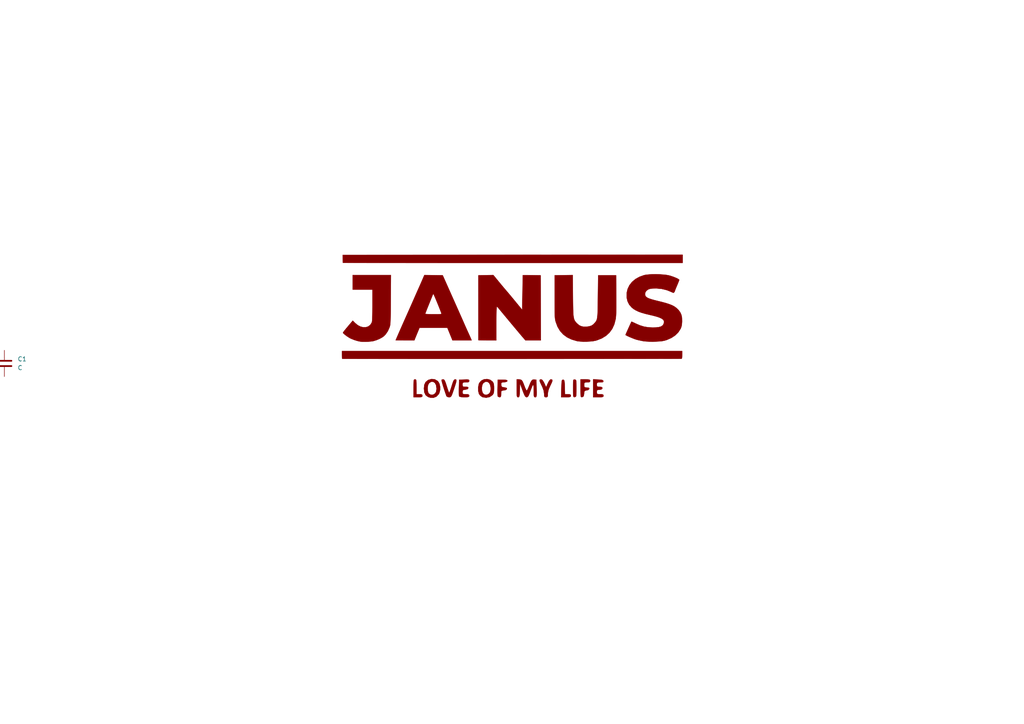
<source format=kicad_sch>
(kicad_sch
	(version 20231120)
	(generator "eeschema")
	(generator_version "8.0")
	(uuid "dfe6de0b-122f-45ca-a9c4-f02c5a49d655")
	(paper "A4")
	(lib_symbols
		(symbol "Device:C"
			(pin_numbers hide)
			(pin_names
				(offset 0.254)
			)
			(exclude_from_sim no)
			(in_bom yes)
			(on_board yes)
			(property "Reference" "C"
				(at 0.635 2.54 0)
				(effects
					(font
						(size 1.27 1.27)
					)
					(justify left)
				)
			)
			(property "Value" "C"
				(at 0.635 -2.54 0)
				(effects
					(font
						(size 1.27 1.27)
					)
					(justify left)
				)
			)
			(property "Footprint" ""
				(at 0.9652 -3.81 0)
				(effects
					(font
						(size 1.27 1.27)
					)
					(hide yes)
				)
			)
			(property "Datasheet" "~"
				(at 0 0 0)
				(effects
					(font
						(size 1.27 1.27)
					)
					(hide yes)
				)
			)
			(property "Description" "Unpolarized capacitor"
				(at 0 0 0)
				(effects
					(font
						(size 1.27 1.27)
					)
					(hide yes)
				)
			)
			(property "ki_keywords" "cap capacitor"
				(at 0 0 0)
				(effects
					(font
						(size 1.27 1.27)
					)
					(hide yes)
				)
			)
			(property "ki_fp_filters" "C_*"
				(at 0 0 0)
				(effects
					(font
						(size 1.27 1.27)
					)
					(hide yes)
				)
			)
			(symbol "C_0_1"
				(polyline
					(pts
						(xy -2.032 -0.762) (xy 2.032 -0.762)
					)
					(stroke
						(width 0.508)
						(type default)
					)
					(fill
						(type none)
					)
				)
				(polyline
					(pts
						(xy -2.032 0.762) (xy 2.032 0.762)
					)
					(stroke
						(width 0.508)
						(type default)
					)
					(fill
						(type none)
					)
				)
			)
			(symbol "C_1_1"
				(pin passive line
					(at 0 3.81 270)
					(length 2.794)
					(name "~"
						(effects
							(font
								(size 1.27 1.27)
							)
						)
					)
					(number "1"
						(effects
							(font
								(size 1.27 1.27)
							)
						)
					)
				)
				(pin passive line
					(at 0 -3.81 90)
					(length 2.794)
					(name "~"
						(effects
							(font
								(size 1.27 1.27)
							)
						)
					)
					(number "2"
						(effects
							(font
								(size 1.27 1.27)
							)
						)
					)
				)
			)
		)
		(symbol "lol2:LOGO"
			(pin_names
				(offset 1.016)
			)
			(exclude_from_sim no)
			(in_bom yes)
			(on_board yes)
			(property "Reference" "#G"
				(at 0 6.0379 0)
				(effects
					(font
						(size 1.27 1.27)
					)
					(hide yes)
				)
			)
			(property "Value" "LOGO"
				(at 0 -6.0379 0)
				(effects
					(font
						(size 1.27 1.27)
					)
					(hide yes)
				)
			)
			(property "Footprint" ""
				(at 0 0 0)
				(effects
					(font
						(size 1.27 1.27)
					)
					(hide yes)
				)
			)
			(property "Datasheet" ""
				(at 0 0 0)
				(effects
					(font
						(size 1.27 1.27)
					)
					(hide yes)
				)
			)
			(property "Description" ""
				(at 0 0 0)
				(effects
					(font
						(size 1.27 1.27)
					)
					(hide yes)
				)
			)
			(symbol "LOGO_0_0"
				(polyline
					(pts
						(xy 15.0381 -3.4323) (xy 15.4766 -3.376) (xy 15.6701 -3.2461) (xy 15.7135 -3.0136) (xy 15.6667 -2.7683)
						(xy 15.4205 -2.6199) (xy 14.8603 -2.5831) (xy 14.0071 -2.5831) (xy 13.9455 -0.4844) (xy 13.9116 0.4566)
						(xy 13.8632 1.0811) (xy 13.783 1.4298) (xy 13.6525 1.5813) (xy 13.4534 1.6144) (xy 13.3459 1.6078)
						(xy 13.1951 1.5327) (xy 13.0953 1.3148) (xy 13.0325 0.8821) (xy 12.9928 0.1629) (xy 12.9622 -0.9149)
						(xy 12.9016 -3.4441) (xy 14.3075 -3.4441) (xy 15.0381 -3.4323)
					)
					(stroke
						(width 0.01)
						(type default)
					)
					(fill
						(type outline)
					)
				)
				(polyline
					(pts
						(xy -28.0568 -3.4362) (xy -27.5915 -3.384) (xy -27.3845 -3.254) (xy -27.3373 -3.0136) (xy -27.3861 -2.7651)
						(xy -27.635 -2.6192) (xy -28.1983 -2.5831) (xy -29.0594 -2.5831) (xy -29.0594 -0.4305) (xy -29.0594 -0.3153)
						(xy -29.0668 0.6259) (xy -29.098 1.2224) (xy -29.1685 1.5519) (xy -29.2939 1.6925) (xy -29.4899 1.722)
						(xy -29.6166 1.7128) (xy -29.7577 1.631) (xy -29.8467 1.404) (xy -29.8956 0.9606) (xy -29.9162 0.2293)
						(xy -29.9204 -0.861) (xy -29.9204 -3.4441) (xy -28.6289 -3.4441) (xy -28.0568 -3.4362)
					)
					(stroke
						(width 0.01)
						(type default)
					)
					(fill
						(type outline)
					)
				)
				(polyline
					(pts
						(xy 16.8436 -3.4053) (xy 16.9966 -3.3761) (xy 17.1541 -3.2822) (xy 17.2517 -3.059) (xy 17.3036 -2.6313)
						(xy 17.3242 -1.9238) (xy 17.3279 -0.861) (xy 17.3265 -0.079) (xy 17.3125 0.7281) (xy 17.2715 1.2326)
						(xy 17.1893 1.5097) (xy 17.0514 1.6348) (xy 16.8436 1.6832) (xy 16.6449 1.6983) (xy 16.5068 1.6309)
						(xy 16.4224 1.4107) (xy 16.3785 0.9683) (xy 16.3619 0.2341) (xy 16.3593 -0.861) (xy 16.3617 -1.9329)
						(xy 16.3778 -2.6755) (xy 16.4209 -3.1245) (xy 16.504 -3.3496) (xy 16.6405 -3.42) (xy 16.8436 -3.4053)
					)
					(stroke
						(width 0.01)
						(type default)
					)
					(fill
						(type outline)
					)
				)
				(polyline
					(pts
						(xy 8.6517 -3.4401) (xy 8.9102 -3.3549) (xy 9.0186 -3.0699) (xy 9.0406 -2.4701) (xy 9.0617 -2.1045)
						(xy 9.2867 -1.1631) (xy 9.7838 -0.0203) (xy 10.0074 0.4329) (xy 10.2935 1.0962) (xy 10.367 1.488)
						(xy 10.2318 1.6745) (xy 9.8923 1.722) (xy 9.7752 1.6927) (xy 9.4231 1.3342) (xy 9.0328 0.5919)
						(xy 8.5415 -0.5382) (xy 8.0234 0.5919) (xy 7.8771 0.8931) (xy 7.4752 1.512) (xy 7.125 1.722) (xy 6.9198 1.7109)
						(xy 6.6804 1.6018) (xy 6.6484 1.3212) (xy 6.8275 0.8027) (xy 7.2212 -0.0203) (xy 7.4683 -0.5385)
						(xy 7.8456 -1.5828) (xy 7.9644 -2.4701) (xy 7.9666 -2.7402) (xy 8.0136 -3.208) (xy 8.1711 -3.4042)
						(xy 8.5025 -3.4441) (xy 8.6517 -3.4401)
					)
					(stroke
						(width 0.01)
						(type default)
					)
					(fill
						(type outline)
					)
				)
				(polyline
					(pts
						(xy 18.9961 -3.4053) (xy 19.2802 -3.3127) (xy 19.4625 -3.0271) (xy 19.546 -2.4344) (xy 19.5621 -2.2328)
						(xy 19.649 -1.7575) (xy 19.8605 -1.5453) (xy 20.2977 -1.4658) (xy 20.7849 -1.3431) (xy 21.0551 -1.0225)
						(xy 21.0601 -0.8488) (xy 20.873 -0.6878) (xy 20.3573 -0.6458) (xy 20.2695 -0.6456) (xy 19.8037 -0.6022)
						(xy 19.6202 -0.3938) (xy 19.5881 0.1076) (xy 19.59 0.3299) (xy 19.6528 0.6974) (xy 19.8978 0.8382)
						(xy 20.4491 0.861) (xy 20.9461 0.8854) (xy 21.2379 1.0098) (xy 21.3101 1.2915) (xy 21.2726 1.5134)
						(xy 21.0903 1.6488) (xy 20.6682 1.7086) (xy 19.911 1.722) (xy 18.5118 1.722) (xy 18.5118 -0.876)
						(xy 18.5142 -1.9272) (xy 18.5301 -2.6724) (xy 18.5729 -3.1231) (xy 18.656 -3.3491) (xy 18.7926 -3.42)
						(xy 18.9961 -3.4053)
					)
					(stroke
						(width 0.01)
						(type default)
					)
					(fill
						(type outline)
					)
				)
				(polyline
					(pts
						(xy -4.9285 -3.4438) (xy -4.668 -3.3695) (xy -4.5488 -3.088) (xy -4.5204 -2.4884) (xy -4.5159 -2.0783)
						(xy -4.4461 -1.6906) (xy -4.2123 -1.5285) (xy -3.715 -1.466) (xy -3.7132 -1.4658) (xy -3.0888 -1.3267)
						(xy -2.8408 -1.0363) (xy -2.8399 -0.88) (xy -3.0453 -0.6968) (xy -3.5924 -0.6058) (xy -3.6326 -0.6024)
						(xy -4.1547 -0.5173) (xy -4.3912 -0.3059) (xy -4.4792 0.1484) (xy -4.4992 0.3966) (xy -4.4514 0.7046)
						(xy -4.1946 0.8408) (xy -3.6182 0.9018) (xy -3.379 0.9242) (xy -2.8547 1.0555) (xy -2.6907 1.2915)
						(xy -2.701 1.3648) (xy -2.8689 1.5158) (xy -3.3051 1.5928) (xy -4.0899 1.6144) (xy -5.489 1.6144)
						(xy -5.5508 -0.6312) (xy -5.5643 -1.3168) (xy -5.5643 -2.1869) (xy -5.5435 -2.8364) (xy -5.5037 -3.1605)
						(xy -5.3643 -3.3214) (xy -4.9576 -3.4441) (xy -4.9285 -3.4438)
					)
					(stroke
						(width 0.01)
						(type default)
					)
					(fill
						(type outline)
					)
				)
				(polyline
					(pts
						(xy -23.267 -3.2608) (xy -22.59 -2.5346) (xy -22.435 -2.234) (xy -22.2135 -1.3476) (xy -22.2125 -0.3793)
						(xy -22.4219 0.5148) (xy -22.8314 1.1787) (xy -22.8859 1.2305) (xy -23.7127 1.7195) (xy -24.6601 1.8373)
						(xy -25.6123 1.5678) (xy -25.7518 1.4924) (xy -26.4164 0.9372) (xy -26.7867 0.1643) (xy -26.878 -0.6702)
						(xy -25.8362 -0.6702) (xy -25.6969 0.1001) (xy -25.4 0.6457) (xy -25.384 0.6616) (xy -24.7793 1.04)
						(xy -24.2017 1.0337) (xy -23.7127 0.686) (xy -23.3741 0.04) (xy -23.2475 -0.861) (xy -23.2563 -1.2058)
						(xy -23.3795 -1.9003) (xy -23.678 -2.3678) (xy -24.256 -2.7241) (xy -24.9093 -2.7469) (xy -25.4743 -2.4047)
						(xy -25.6253 -2.1736) (xy -25.8138 -1.4873) (xy -25.8362 -0.6702) (xy -26.878 -0.6702) (xy -26.9036 -0.9047)
						(xy -26.9037 -0.9424) (xy -26.7747 -2.0687) (xy -26.3865 -2.8665) (xy -25.7281 -3.3589) (xy -25.1166 -3.5641)
						(xy -24.124 -3.6078) (xy -23.267 -3.2608)
					)
					(stroke
						(width 0.01)
						(type default)
					)
					(fill
						(type outline)
					)
				)
				(polyline
					(pts
						(xy -19.4222 -3.4382) (xy -19.1889 -3.3742) (xy -18.9934 -3.1816) (xy -18.793 -2.7901) (xy -18.545 -2.1295)
						(xy -18.2068 -1.1297) (xy -18.1692 -1.0168) (xy -17.8101 0.0796) (xy -17.584 0.8369) (xy -17.4832 1.3176)
						(xy -17.5 1.5838) (xy -17.6269 1.6978) (xy -17.8562 1.722) (xy -17.9008 1.7198) (xy -18.1196 1.6164)
						(xy -18.3277 1.3067) (xy -18.5617 0.7197) (xy -18.8581 -0.2153) (xy -19.0069 -0.6971) (xy -19.2576 -1.4453)
						(xy -19.4572 -1.9607) (xy -19.5723 -2.1526) (xy -19.6241 -2.0912) (xy -19.7918 -1.7085) (xy -20.0266 -1.0531)
						(xy -20.2948 -0.2153) (xy -20.5896 0.6983) (xy -20.8382 1.3105) (xy -21.0562 1.63) (xy -21.2767 1.722)
						(xy -21.4952 1.7044) (xy -21.7928 1.5982) (xy -21.8 1.5514) (xy -21.7315 1.1842) (xy -21.5582 0.5319)
						(xy -21.3066 -0.3179) (xy -21.0032 -1.2774) (xy -20.6747 -2.259) (xy -20.3475 -3.175) (xy -20.0976 -3.3624)
						(xy -19.6127 -3.4441) (xy -19.4222 -3.4382)
					)
					(stroke
						(width 0.01)
						(type default)
					)
					(fill
						(type outline)
					)
				)
				(polyline
					(pts
						(xy 23.7979 -3.444) (xy 24.5427 -3.4287) (xy 24.9607 -3.3694) (xy 25.1441 -3.2398) (xy 25.1847 -3.0136)
						(xy 25.1843 -2.9827) (xy 25.1076 -2.7282) (xy 24.8214 -2.6113) (xy 24.2161 -2.5831) (xy 23.8506 -2.5794)
						(xy 23.4376 -2.5225) (xy 23.2755 -2.3344) (xy 23.2474 -1.9373) (xy 23.2824 -1.5253) (xy 23.4818 -1.3305)
						(xy 23.9778 -1.2916) (xy 23.9781 -1.2916) (xy 24.536 -1.2069) (xy 24.824 -0.9897) (xy 24.8588 -0.6594)
						(xy 24.5934 -0.4815) (xy 23.9649 -0.4305) (xy 23.5173 -0.4013) (xy 23.2927 -0.226) (xy 23.2474 0.2152)
						(xy 23.2537 0.4714) (xy 23.3426 0.7386) (xy 23.63 0.8431) (xy 24.2318 0.861) (xy 24.2817 0.8611)
						(xy 24.8641 0.8914) (xy 25.1197 1.0038) (xy 25.1445 1.2377) (xy 25.1001 1.3622) (xy 24.8858 1.5259)
						(xy 24.4234 1.6224) (xy 23.6219 1.678) (xy 22.1711 1.7417) (xy 22.1711 -0.8512) (xy 22.1711 -3.4441)
						(xy 23.6779 -3.4441) (xy 23.7979 -3.444)
					)
					(stroke
						(width 0.01)
						(type default)
					)
					(fill
						(type outline)
					)
				)
				(polyline
					(pts
						(xy -7.8826 -3.3966) (xy -7.1244 -2.9171) (xy -6.8521 -2.6076) (xy -6.6677 -2.2302) (xy -6.5846 -1.698)
						(xy -6.5653 -0.8735) (xy -6.5741 -0.2854) (xy -6.6373 0.3517) (xy -6.7907 0.7836) (xy -7.0678 1.146)
						(xy -7.7523 1.6281) (xy -8.6183 1.8325) (xy -9.5051 1.7315) (xy -10.2915 1.3401) (xy -10.8561 0.6734)
						(xy -11.0093 0.2847) (xy -11.1701 -0.6561) (xy -11.1695 -0.6802) (xy -10.1171 -0.6802) (xy -9.9855 0.0946)
						(xy -9.6865 0.6457) (xy -9.6704 0.6616) (xy -9.0658 1.04) (xy -8.4881 1.0337) (xy -7.9992 0.686)
						(xy -7.6605 0.04) (xy -7.5339 -0.861) (xy -7.5428 -1.2058) (xy -7.6659 -1.9003) (xy -7.9644 -2.3678)
						(xy -8.041 -2.4395) (xy -8.6552 -2.7561) (xy -9.2786 -2.7151) (xy -9.7819 -2.3199) (xy -9.8557 -2.1999)
						(xy -10.0757 -1.5034) (xy -10.1171 -0.6802) (xy -11.1695 -0.6802) (xy -11.1451 -1.6563) (xy -10.9294 -2.4962)
						(xy -10.5609 -2.9831) (xy -10.0146 -3.3701) (xy -9.7663 -3.4655) (xy -8.818 -3.588) (xy -7.8826 -3.3966)
					)
					(stroke
						(width 0.01)
						(type default)
					)
					(fill
						(type outline)
					)
				)
				(polyline
					(pts
						(xy -14.4518 -3.4323) (xy -14.0132 -3.376) (xy -13.8197 -3.2461) (xy -13.7763 -3.0136) (xy -13.7767 -2.9827)
						(xy -13.8534 -2.7282) (xy -14.1396 -2.6113) (xy -14.745 -2.5831) (xy -15.1004 -2.5796) (xy -15.5189 -2.5238)
						(xy -15.6844 -2.3395) (xy -15.7136 -1.9503) (xy -15.7136 -1.9321) (xy -15.6651 -1.5205) (xy -15.4388 -1.33)
						(xy -14.9082 -1.2507) (xy -14.8426 -1.2448) (xy -14.2607 -1.1015) (xy -14.0314 -0.8072) (xy -14.0423 -0.5924)
						(xy -14.2744 -0.4634) (xy -14.8368 -0.4305) (xy -15.0493 -0.4292) (xy -15.4999 -0.381) (xy -15.6806 -0.1962)
						(xy -15.7136 0.2152) (xy -15.7081 0.4588) (xy -15.6227 0.7342) (xy -15.3406 0.8423) (xy -14.745 0.861)
						(xy -14.6514 0.8613) (xy -14.0916 0.8967) (xy -13.8367 1.0267) (xy -13.7763 1.3013) (xy -13.7768 1.3424)
						(xy -13.8254 1.5577) (xy -14.0209 1.6692) (xy -14.4575 1.7011) (xy -15.2293 1.678) (xy -16.6822 1.6144)
						(xy -16.744 -0.6312) (xy -16.7575 -1.3168) (xy -16.7575 -2.1869) (xy -16.7367 -2.8364) (xy -16.697 -3.1605)
						(xy -16.5725 -3.2827) (xy -16.0746 -3.4047) (xy -15.1822 -3.4441) (xy -14.4518 -3.4323)
					)
					(stroke
						(width 0.01)
						(type default)
					)
					(fill
						(type outline)
					)
				)
				(polyline
					(pts
						(xy 5.5207 -3.4358) (xy 5.6618 -3.3589) (xy 5.746 -3.1405) (xy 5.7841 -2.7086) (xy 5.7868 -1.9908)
						(xy 5.7648 -0.9149) (xy 5.7042 1.6144) (xy 5.1476 1.6791) (xy 4.9267 1.6914) (xy 4.5724 1.6011)
						(xy 4.27 1.3026) (xy 3.9625 0.7274) (xy 3.5929 -0.193) (xy 3.3165 -0.8626) (xy 3.0672 -1.3492)
						(xy 2.904 -1.535) (xy 2.8922 -1.5325) (xy 2.723 -1.3054) (xy 2.4738 -0.7832) (xy 2.1939 -0.068)
						(xy 1.9934 0.4755) (xy 1.7015 1.1368) (xy 1.4183 1.5112) (xy 1.0723 1.6786) (xy 0.5919 1.7187)
						(xy 0 1.722) (xy 0 -0.861) (xy 0.0014 -1.5798) (xy 0.0147 -2.4409) (xy 0.0518 -2.9866) (xy 0.1243 -3.2883)
						(xy 0.244 -3.417) (xy 0.4224 -3.4441) (xy 0.5844 -3.4238) (xy 0.7282 -3.2955) (xy 0.8168 -2.9779)
						(xy 0.8698 -2.3905) (xy 0.9067 -1.453) (xy 0.9686 0.5381) (xy 1.6976 -1.453) (xy 1.8662 -1.9069)
						(xy 2.1805 -2.6853) (xy 2.4277 -3.1539) (xy 2.6503 -3.3833) (xy 2.8905 -3.4441) (xy 2.9535 -3.4412)
						(xy 3.1908 -3.3451) (xy 3.4127 -3.0582) (xy 3.6637 -2.5061) (xy 3.9885 -1.6144) (xy 4.1312 -1.214)
						(xy 4.4168 -0.4811) (xy 4.6487 0.0259) (xy 4.7868 0.2152) (xy 4.817 0.1838) (xy 4.8854 -0.1553)
						(xy 4.933 -0.7876) (xy 4.9508 -1.6144) (xy 4.9538 -2.2491) (xy 4.9786 -2.8984) (xy 5.0458 -3.2578)
						(xy 5.1756 -3.4116) (xy 5.3881 -3.4441) (xy 5.5207 -3.4358)
					)
					(stroke
						(width 0.01)
						(type default)
					)
					(fill
						(type outline)
					)
				)
			)
		)
		(symbol "lol:LOGO"
			(pin_names
				(offset 1.016)
			)
			(exclude_from_sim no)
			(in_bom yes)
			(on_board yes)
			(property "Reference" "#G"
				(at 0 17.0468 0)
				(effects
					(font
						(size 1.27 1.27)
					)
					(hide yes)
				)
			)
			(property "Value" "LOGO"
				(at 0 -17.0468 0)
				(effects
					(font
						(size 1.27 1.27)
					)
					(hide yes)
				)
			)
			(property "Footprint" ""
				(at 0 0 0)
				(effects
					(font
						(size 1.27 1.27)
					)
					(hide yes)
				)
			)
			(property "Datasheet" ""
				(at 0 0 0)
				(effects
					(font
						(size 1.27 1.27)
					)
					(hide yes)
				)
			)
			(property "Description" ""
				(at 0 0 0)
				(effects
					(font
						(size 1.27 1.27)
					)
					(hide yes)
				)
			)
			(symbol "LOGO_0_0"
				(polyline
					(pts
						(xy 49.3967 13.8228) (xy 49.3967 15.0158) (xy 0.1053 14.9806) (xy -49.1862 14.9453) (xy -49.1612 13.8226)
						(xy -49.1578 13.6692) (xy -49.145 13.1692) (xy -49.1338 12.8113) (xy -49.1262 12.6649) (xy -49.0436 12.6629)
						(xy -48.6956 12.6603) (xy -48.0846 12.6577) (xy -47.2207 12.6553) (xy -46.1139 12.6529) (xy -44.7743 12.6505)
						(xy -43.2119 12.6483) (xy -41.4367 12.6461) (xy -39.4588 12.6441) (xy -37.2881 12.6422) (xy -34.9348 12.6403)
						(xy -32.4088 12.6386) (xy -29.7202 12.637) (xy -26.879 12.6356) (xy -23.8952 12.6343) (xy -20.7789 12.6332)
						(xy -17.5401 12.6322) (xy -14.1888 12.6313) (xy -10.7351 12.6307) (xy -7.189 12.6302) (xy -3.5605 12.6299)
						(xy 0.1404 12.6298) (xy 49.3967 12.6298) (xy 49.3967 13.8228)
					)
					(stroke
						(width 0.01)
						(type default)
					)
					(fill
						(type outline)
					)
				)
				(polyline
					(pts
						(xy -9.9935 -15.1931) (xy -6.7808 -15.1928) (xy -3.5379 -15.1924) (xy -0.2768 -15.1918) (xy 2.9903 -15.1911)
						(xy 6.2514 -15.1902) (xy 9.4944 -15.1893) (xy 12.7073 -15.1882) (xy 15.878 -15.1869) (xy 18.9944 -15.1855)
						(xy 22.0445 -15.184) (xy 25.0163 -15.1824) (xy 27.8975 -15.1806) (xy 30.6763 -15.1787) (xy 33.3404 -15.1767)
						(xy 35.8779 -15.1746) (xy 38.2767 -15.1723) (xy 40.5247 -15.1699) (xy 42.6099 -15.1674) (xy 44.5202 -15.1648)
						(xy 46.2435 -15.1621) (xy 47.7678 -15.1592) (xy 49.081 -15.1563) (xy 49.1068 -15.1512) (xy 49.193 -15.008)
						(xy 49.2413 -14.6453) (xy 49.2564 -14.0332) (xy 49.2564 -12.9105) (xy -0.0701 -12.9105) (xy -49.3967 -12.9105)
						(xy -49.3967 -14.0098) (xy -49.3963 -14.1389) (xy -49.3863 -14.6425) (xy -49.3658 -15.0093) (xy -49.3382 -15.1675)
						(xy -49.2553 -15.1697) (xy -48.9083 -15.1723) (xy -48.3018 -15.1748) (xy -47.448 -15.1772) (xy -46.359 -15.1793)
						(xy -45.0467 -15.1814) (xy -43.5232 -15.1832) (xy -41.8007 -15.1849) (xy -39.8912 -15.1864) (xy -37.8067 -15.1878)
						(xy -35.5594 -15.189) (xy -33.1612 -15.19) (xy -30.6242 -15.191) (xy -27.9605 -15.1917) (xy -25.1823 -15.1923)
						(xy -22.3014 -15.1927) (xy -19.33 -15.193) (xy -16.2802 -15.1932) (xy -13.164 -15.1932) (xy -9.9935 -15.1931)
					)
					(stroke
						(width 0.01)
						(type default)
					)
					(fill
						(type outline)
					)
				)
				(polyline
					(pts
						(xy -41.7675 -10.1918) (xy -41 -10.1316) (xy -40.3981 -10.0423) (xy -40.2363 -10.0055) (xy -39.4017 -9.7507)
						(xy -38.5603 -9.4024) (xy -37.8073 -9.004) (xy -37.2376 -8.599) (xy -36.7255 -8.0676) (xy -36.0866 -7.125)
						(xy -35.612 -6.0462) (xy -35.5466 -5.8442) (xy -35.4874 -5.6307) (xy -35.4381 -5.3948) (xy -35.3977 -5.1106)
						(xy -35.3649 -4.7522) (xy -35.3387 -4.294) (xy -35.3179 -3.71) (xy -35.3013 -2.9745) (xy -35.2879 -2.0615)
						(xy -35.2763 -0.9454) (xy -35.2656 0.3997) (xy -35.2545 1.9997) (xy -35.2068 9.1215) (xy -40.7581 9.1215)
						(xy -46.3094 9.1215) (xy -46.3094 7.0166) (xy -46.3094 4.9116) (xy -43.4326 4.9116) (xy -40.5558 4.9116)
						(xy -40.5558 0.4419) (xy -40.5565 -0.1403) (xy -40.5661 -1.5661) (xy -40.5869 -2.7167) (xy -40.6187 -3.591)
						(xy -40.6616 -4.1874) (xy -40.7155 -4.5048) (xy -40.8075 -4.7405) (xy -41.2194 -5.3627) (xy -41.783 -5.7866)
						(xy -42.46 -6.0096) (xy -43.2119 -6.0289) (xy -44.0005 -5.8419) (xy -44.7875 -5.446) (xy -45.5344 -4.8385)
						(xy -46.2724 -4.1005) (xy -47.1209 -5.1025) (xy -47.3287 -5.3481) (xy -48.0037 -6.1521) (xy -48.5081 -6.7643)
						(xy -48.8537 -7.1994) (xy -49.0524 -7.4724) (xy -49.116 -7.5979) (xy -49.0092 -7.7676) (xy -48.7199 -8.0408)
						(xy -48.3069 -8.3714) (xy -47.8286 -8.7151) (xy -47.3437 -9.0276) (xy -46.9109 -9.2646) (xy -46.7372 -9.3447)
						(xy -45.8872 -9.6827) (xy -44.9962 -9.9656) (xy -44.2044 -10.1474) (xy -44.0396 -10.1703) (xy -43.3898 -10.214)
						(xy -42.5983 -10.2202) (xy -41.7675 -10.1918)
					)
					(stroke
						(width 0.01)
						(type default)
					)
					(fill
						(type outline)
					)
				)
				(polyline
					(pts
						(xy -4.6309 -4.9116) (xy -4.6284 -3.9086) (xy -4.6196 -2.8467) (xy -4.6054 -1.9066) (xy -4.5865 -1.1201)
						(xy -4.5637 -0.519) (xy -4.5378 -0.1351) (xy -4.5096 0) (xy -4.3915 -0.0773) (xy -4.1469 -0.3233)
						(xy -3.843 -0.6794) (xy -3.7764 -0.762) (xy -3.4498 -1.1612) (xy -2.9808 -1.7297) (xy -2.3986 -2.4324)
						(xy -1.7324 -3.2342) (xy -1.0115 -4.1001) (xy -0.265 -4.9952) (xy 0.4779 -5.8844) (xy 1.1878 -6.7327)
						(xy 1.8356 -7.505) (xy 2.3921 -8.1664) (xy 2.828 -8.6819) (xy 3.1141 -9.0163) (xy 3.814 -9.8232)
						(xy 6.0478 -9.8232) (xy 8.2816 -9.8232) (xy 8.2455 -0.3859) (xy 8.2094 9.0514) (xy 5.6484 9.0896)
						(xy 4.8657 9.0994) (xy 4.1492 9.1047) (xy 3.5794 9.1048) (xy 3.2009 9.0998) (xy 3.0584 9.0896)
						(xy 3.0504 8.9624) (xy 3.0386 8.5843) (xy 3.0241 7.987) (xy 3.0077 7.2024) (xy 2.99 6.2621) (xy 2.9716 5.198)
						(xy 2.9532 4.0419) (xy 2.8768 -0.9676) (xy 0.842 1.5083) (xy 0.6124 1.7873) (xy -0.0128 2.5442)
						(xy -0.6053 3.2574) (xy -1.1289 3.8836) (xy -1.5473 4.3793) (xy -1.8243 4.7011) (xy -1.9867 4.8883)
						(xy -2.377 5.3473) (xy -2.8702 5.9351) (xy -3.4195 6.5958) (xy -3.978 7.2733) (xy -5.5002 9.1285)
						(xy -7.6649 9.0899) (xy -9.8296 9.0514) (xy -9.8279 -0.3158) (xy -9.8278 -1.0983) (xy -9.8274 -2.6561)
						(xy -9.8271 -4.1191) (xy -9.8267 -5.464) (xy -9.8264 -6.6676) (xy -9.826 -7.7067) (xy -9.8256 -8.558)
						(xy -9.8253 -9.1983) (xy -9.825 -9.6044) (xy -9.8247 -9.7531) (xy -9.6919 -9.7751) (xy -9.322 -9.7944)
						(xy -8.7587 -9.8096) (xy -8.0459 -9.8196) (xy -7.227 -9.8232) (xy -4.6309 -9.8232) (xy -4.6309 -4.9116)
					)
					(stroke
						(width 0.01)
						(type default)
					)
					(fill
						(type outline)
					)
				)
				(polyline
					(pts
						(xy 21.5953 -10.1848) (xy 22.5959 -10.1325) (xy 23.496 -10.0349) (xy 24.2072 -9.894) (xy 24.4797 -9.8152)
						(xy 25.926 -9.2534) (xy 27.16 -8.5085) (xy 28.1808 -7.5814) (xy 28.9877 -6.4728) (xy 29.58 -5.1835)
						(xy 29.9569 -3.7143) (xy 29.9873 -3.5259) (xy 30.0382 -3.1243) (xy 30.0783 -2.6544) (xy 30.1085 -2.0857)
						(xy 30.1296 -1.3881) (xy 30.1423 -0.5312) (xy 30.1473 0.5154) (xy 30.1456 1.782) (xy 30.1378 3.2989)
						(xy 30.1011 9.0514) (xy 27.505 9.0514) (xy 24.9089 9.0514) (xy 24.8324 2.9469) (xy 24.8138 1.502)
						(xy 24.794 0.1917) (xy 24.7713 -0.8898) (xy 24.7422 -1.7696) (xy 24.7035 -2.4747) (xy 24.652 -3.0318)
						(xy 24.5843 -3.4681) (xy 24.4971 -3.8103) (xy 24.3872 -4.0856) (xy 24.2512 -4.3207) (xy 24.0858 -4.5427)
						(xy 23.8878 -4.7785) (xy 23.5253 -5.1592) (xy 23.0184 -5.5213) (xy 22.4188 -5.7369) (xy 21.6356 -5.849)
						(xy 20.7398 -5.8656) (xy 20.0023 -5.7308) (xy 19.3719 -5.4192) (xy 18.7774 -4.9074) (xy 18.7766 -4.9065)
						(xy 18.5183 -4.6342) (xy 18.302 -4.3788) (xy 18.124 -4.1132) (xy 17.98 -3.8105) (xy 17.8662 -3.4436)
						(xy 17.7784 -2.9854) (xy 17.7127 -2.4089) (xy 17.6651 -1.687) (xy 17.6316 -0.7926) (xy 17.608 0.3012)
						(xy 17.5905 1.6216) (xy 17.575 3.1956) (xy 17.5201 9.1276) (xy 14.8995 9.0895) (xy 12.279 9.0514)
						(xy 12.2812 2.8768) (xy 12.2814 2.5249) (xy 12.2833 1.0808) (xy 12.2878 -0.1174) (xy 12.296 -1.0984)
						(xy 12.3089 -1.8906) (xy 12.3277 -2.5227) (xy 12.3532 -3.0231) (xy 12.3867 -3.4206) (xy 12.4292 -3.7435)
						(xy 12.4817 -4.0205) (xy 12.5452 -4.2801) (xy 12.598 -4.4712) (xy 13.1251 -5.8817) (xy 13.8437 -7.0912)
						(xy 14.7592 -8.1048) (xy 15.8772 -8.9276) (xy 17.2032 -9.5648) (xy 18.7428 -10.0213) (xy 18.8779 -10.0489)
						(xy 19.6477 -10.1451) (xy 20.5831 -10.1897) (xy 21.5953 -10.1848)
					)
					(stroke
						(width 0.01)
						(type default)
					)
					(fill
						(type outline)
					)
				)
				(polyline
					(pts
						(xy -11.9169 -9.5075) (xy -11.9245 -9.4882) (xy -12.0414 -9.2149) (xy -12.2457 -8.7541) (xy -12.5108 -8.1652)
						(xy -12.8103 -7.5078) (xy -13.1339 -6.797) (xy -13.4581 -6.0771) (xy -13.7398 -5.444) (xy -13.9414 -4.9818)
						(xy -13.9598 -4.9392) (xy -14.1103 -4.5948) (xy -14.36 -4.0284) (xy -14.6964 -3.2682) (xy -15.107 -2.3422)
						(xy -15.5794 -1.2787) (xy -16.101 -0.1057) (xy -16.6593 1.1485) (xy -17.2419 2.4558) (xy -20.1826 9.0514)
						(xy -22.8435 9.0894) (xy -25.5045 9.1275) (xy -26.0315 7.8966) (xy -26.1574 7.6042) (xy -26.4909 6.8392)
						(xy -26.8549 6.0139) (xy -27.1905 5.2624) (xy -27.4392 4.7072) (xy -27.8123 3.8681) (xy -28.2027 2.9844)
						(xy -28.5578 2.1751) (xy -28.7122 1.8228) (xy -29.0389 1.0818) (xy -29.4374 0.1815) (xy -29.8814 -0.8183)
						(xy -30.3442 -1.8576) (xy -30.4637 -2.1253) (xy -25.2596 -2.1253) (xy -25.2596 -2.1248) (xy -25.2079 -1.9599)
						(xy -25.0661 -1.5787) (xy -24.8509 -1.0238) (xy -24.5788 -0.3381) (xy -24.2664 0.4358) (xy -23.9593 1.1921)
						(xy -23.6619 1.9279) (xy -23.4114 2.5509) (xy -23.2275 3.0122) (xy -23.13 3.2627) (xy -23.0011 3.5323)
						(xy -22.8858 3.6486) (xy -22.8791 3.6438) (xy -22.7878 3.4745) (xy -22.6144 3.0937) (xy -22.3763 2.5429)
						(xy -22.0905 1.8637) (xy -21.7744 1.0979) (xy -21.4451 0.287) (xy -21.1198 -0.5273) (xy -20.8158 -1.3035)
						(xy -20.5503 -1.9997) (xy -20.5343 -2.0599) (xy -20.5603 -2.133) (xy -20.6814 -2.184) (xy -20.9348 -2.2167)
						(xy -21.3574 -2.2352) (xy -21.9864 -2.2435) (xy -22.859 -2.2453) (xy -23.499 -2.241) (xy -24.2011 -2.2247)
						(xy -24.7589 -2.1984) (xy -25.1269 -2.1646) (xy -25.2596 -2.1253) (xy -30.4637 -2.1253) (xy -30.7993 -2.8768)
						(xy -31.2118 -3.801) (xy -31.7215 -4.9473) (xy -32.2035 -6.0365) (xy -32.6456 -7.0402) (xy -33.0351 -7.93)
						(xy -33.3598 -8.6773) (xy -33.6071 -9.2537) (xy -33.7646 -9.6308) (xy -33.8199 -9.7803) (xy -33.8185 -9.7816)
						(xy -33.6602 -9.7948) (xy -33.2682 -9.8061) (xy -32.6854 -9.815) (xy -31.9545 -9.8207) (xy -31.1185 -9.8227)
						(xy -28.4171 -9.8222) (xy -28.147 -9.1561) (xy -28.1104 -9.0661) (xy -27.9075 -8.5703) (xy -27.654 -7.955)
						(xy -27.3963 -7.3323) (xy -26.9156 -6.1746) (xy -22.8771 -6.1746) (xy -18.8386 -6.1746) (xy -18.092 -7.9989)
						(xy -17.3455 -9.8232) (xy -14.5701 -9.8232) (xy -11.7948 -9.8232) (xy -11.9169 -9.5075)
					)
					(stroke
						(width 0.01)
						(type default)
					)
					(fill
						(type outline)
					)
				)
				(polyline
					(pts
						(xy 41.7441 -10.1698) (xy 42.6988 -10.1128) (xy 43.5198 -10.024) (xy 44.1343 -9.905) (xy 44.8602 -9.6778)
						(xy 46.1597 -9.1029) (xy 47.2587 -8.374) (xy 48.1382 -7.5047) (xy 48.7795 -6.5088) (xy 48.8955 -6.2583)
						(xy 49.0717 -5.7586) (xy 49.1749 -5.2064) (xy 49.2304 -4.4882) (xy 49.2384 -4.2878) (xy 49.2095 -3.262)
						(xy 49.0394 -2.4158) (xy 48.7092 -1.6856) (xy 48.2002 -1.0078) (xy 48.0809 -0.8784) (xy 47.6178 -0.4383)
						(xy 47.1004 -0.0563) (xy 46.4916 0.2839) (xy 45.754 0.5988) (xy 44.8505 0.9049) (xy 43.7438 1.2187)
						(xy 42.3965 1.5565) (xy 42.0018 1.6523) (xy 40.9749 1.915) (xy 40.1801 2.1455) (xy 39.5842 2.3568)
						(xy 39.154 2.5616) (xy 38.8561 2.7728) (xy 38.6575 3.0034) (xy 38.6157 3.0724) (xy 38.482 3.5668)
						(xy 38.5821 4.0747) (xy 38.8838 4.5434) (xy 39.355 4.92) (xy 39.9635 5.1516) (xy 40.1266 5.1772)
						(xy 40.6054 5.2169) (xy 41.2237 5.2403) (xy 41.889 5.2431) (xy 43.3287 5.1111) (xy 44.8341 4.7471)
						(xy 46.2296 4.1779) (xy 46.4229 4.0813) (xy 46.6842 3.9781) (xy 46.8346 4.0024) (xy 46.9663 4.1508)
						(xy 47.0768 4.3233) (xy 47.1514 4.5111) (xy 47.1945 4.6509) (xy 47.3287 5.0005) (xy 47.5323 5.5012)
						(xy 47.7829 6.0968) (xy 48.0097 6.6378) (xy 48.2196 7.1608) (xy 48.3619 7.5422) (xy 48.4144 7.7243)
						(xy 48.4144 7.7249) (xy 48.2873 7.8754) (xy 47.9441 8.0818) (xy 47.4377 8.3212) (xy 46.8208 8.5704)
						(xy 46.1464 8.8066) (xy 45.4674 9.0066) (xy 44.8457 9.1323) (xy 43.9485 9.2422) (xy 42.9204 9.3146)
						(xy 41.8296 9.3488) (xy 40.7439 9.3439) (xy 39.7316 9.2992) (xy 38.8607 9.2139) (xy 38.1992 9.0874)
						(xy 36.8554 8.6015) (xy 35.6878 7.9399) (xy 34.7224 7.1241) (xy 33.9736 6.1721) (xy 33.4555 5.102)
						(xy 33.1822 3.932) (xy 33.1681 2.68) (xy 33.1782 2.5827) (xy 33.4319 1.4897) (xy 33.9232 0.5203)
						(xy 34.6347 -0.2903) (xy 35.1494 -0.7007) (xy 35.8096 -1.1136) (xy 36.5824 -1.479) (xy 37.5096 -1.8137)
						(xy 38.633 -2.1347) (xy 39.9945 -2.459) (xy 40.8652 -2.6616) (xy 41.9604 -2.9581) (xy 42.804 -3.2533)
						(xy 43.4131 -3.5588) (xy 43.8047 -3.8866) (xy 43.9958 -4.2483) (xy 44.0035 -4.6558) (xy 43.8448 -5.1208)
						(xy 43.8187 -5.1733) (xy 43.5418 -5.538) (xy 43.1246 -5.8023) (xy 42.5336 -5.9765) (xy 41.7353 -6.071)
						(xy 40.6962 -6.0963) (xy 39.4994 -6.0411) (xy 38.2409 -5.8411) (xy 37.0169 -5.4712) (xy 35.7229 -4.9064)
						(xy 35.4874 -4.792) (xy 35.0284 -4.5776) (xy 34.7022 -4.4375) (xy 34.5677 -4.3978) (xy 34.5605 -4.4083)
						(xy 34.4659 -4.5962) (xy 34.2887 -4.9724) (xy 34.0539 -5.4816) (xy 33.7865 -6.0684) (xy 33.5117 -6.6773)
						(xy 33.2543 -7.253) (xy 33.0395 -7.74) (xy 32.8922 -8.083) (xy 32.8376 -8.2266) (xy 32.847 -8.2449)
						(xy 33.0293 -8.3674) (xy 33.3991 -8.5566) (xy 33.8974 -8.7869) (xy 34.4653 -9.0325) (xy 35.0438 -9.2678)
						(xy 35.5739 -9.4669) (xy 35.9966 -9.6043) (xy 36.005 -9.6066) (xy 36.5818 -9.7516) (xy 37.2833 -9.9056)
						(xy 37.9597 -10.0357) (xy 38.0422 -10.0494) (xy 38.8047 -10.1349) (xy 39.7243 -10.1824) (xy 40.7284 -10.1935)
						(xy 41.7441 -10.1698)
					)
					(stroke
						(width 0.01)
						(type default)
					)
					(fill
						(type outline)
					)
				)
			)
		)
	)
	(symbol
		(lib_id "lol2:LOGO")
		(at 149.86 111.76 0)
		(unit 1)
		(exclude_from_sim no)
		(in_bom yes)
		(on_board yes)
		(dnp no)
		(fields_autoplaced yes)
		(uuid "418dc339-3065-41a0-8620-ecf9de4f7a60")
		(property "Reference" "#G2"
			(at 149.86 105.7221 0)
			(effects
				(font
					(size 1.27 1.27)
				)
				(hide yes)
			)
		)
		(property "Value" "LOGO"
			(at 149.86 117.7979 0)
			(effects
				(font
					(size 1.27 1.27)
				)
				(hide yes)
			)
		)
		(property "Footprint" ""
			(at 149.86 111.76 0)
			(effects
				(font
					(size 1.27 1.27)
				)
				(hide yes)
			)
		)
		(property "Datasheet" ""
			(at 149.86 111.76 0)
			(effects
				(font
					(size 1.27 1.27)
				)
				(hide yes)
			)
		)
		(property "Description" ""
			(at 149.86 111.76 0)
			(effects
				(font
					(size 1.27 1.27)
				)
				(hide yes)
			)
		)
		(instances
			(project ""
				(path "/dfe6de0b-122f-45ca-a9c4-f02c5a49d655"
					(reference "#G2")
					(unit 1)
				)
			)
		)
	)
	(symbol
		(lib_id "Device:C")
		(at 1.27 105.41 0)
		(unit 1)
		(exclude_from_sim no)
		(in_bom yes)
		(on_board yes)
		(dnp no)
		(fields_autoplaced yes)
		(uuid "47a38e30-9ec6-43e5-ba37-9993a477fa55")
		(property "Reference" "C1"
			(at 5.08 104.1399 0)
			(effects
				(font
					(size 1.27 1.27)
				)
				(justify left)
			)
		)
		(property "Value" "C"
			(at 5.08 106.6799 0)
			(effects
				(font
					(size 1.27 1.27)
				)
				(justify left)
			)
		)
		(property "Footprint" ""
			(at 2.2352 109.22 0)
			(effects
				(font
					(size 1.27 1.27)
				)
				(hide yes)
			)
		)
		(property "Datasheet" "~"
			(at 1.27 105.41 0)
			(effects
				(font
					(size 1.27 1.27)
				)
				(hide yes)
			)
		)
		(property "Description" "Unpolarized capacitor"
			(at 1.27 105.41 0)
			(effects
				(font
					(size 1.27 1.27)
				)
				(hide yes)
			)
		)
		(pin "1"
			(uuid "bd49c5f4-d041-4881-a9f3-c5c747437347")
		)
		(pin "2"
			(uuid "397879ae-838b-4b69-ab8f-5a784e258dd5")
		)
		(instances
			(project ""
				(path "/dfe6de0b-122f-45ca-a9c4-f02c5a49d655"
					(reference "C1")
					(unit 1)
				)
			)
		)
	)
	(symbol
		(lib_id "lol:LOGO")
		(at 148.59 88.9 0)
		(unit 1)
		(exclude_from_sim no)
		(in_bom yes)
		(on_board yes)
		(dnp no)
		(fields_autoplaced yes)
		(uuid "53f86fe2-f10a-4fd2-8d55-4dfbde8152f1")
		(property "Reference" "#G1"
			(at 148.59 71.8532 0)
			(effects
				(font
					(size 1.27 1.27)
				)
				(hide yes)
			)
		)
		(property "Value" "LOGO"
			(at 148.59 105.9468 0)
			(effects
				(font
					(size 1.27 1.27)
				)
				(hide yes)
			)
		)
		(property "Footprint" ""
			(at 148.59 88.9 0)
			(effects
				(font
					(size 1.27 1.27)
				)
				(hide yes)
			)
		)
		(property "Datasheet" ""
			(at 148.59 88.9 0)
			(effects
				(font
					(size 1.27 1.27)
				)
				(hide yes)
			)
		)
		(property "Description" ""
			(at 148.59 88.9 0)
			(effects
				(font
					(size 1.27 1.27)
				)
				(hide yes)
			)
		)
		(instances
			(project ""
				(path "/dfe6de0b-122f-45ca-a9c4-f02c5a49d655"
					(reference "#G1")
					(unit 1)
				)
			)
		)
	)
	(sheet_instances
		(path "/"
			(page "1")
		)
	)
)

</source>
